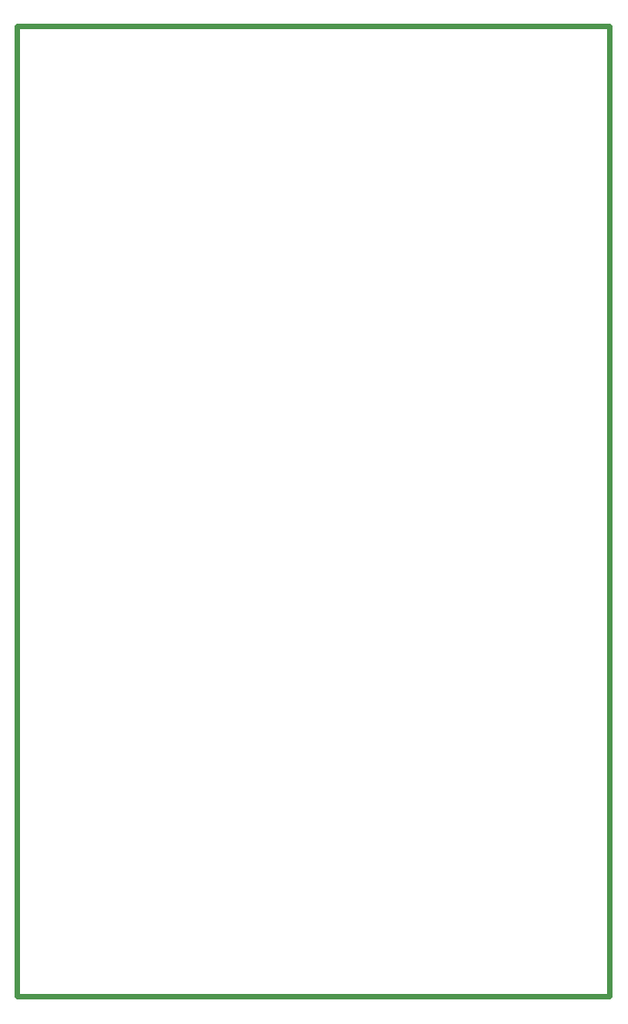
<source format=gko>
%FSAX24Y24*%
%MOIN*%
G70*
G01*
G75*
G04 Layer_Color=16711935*
%ADD10C,0.0120*%
%ADD11C,0.0100*%
%ADD12C,0.0150*%
%ADD13C,0.0591*%
%ADD14R,0.0591X0.0591*%
%ADD15C,0.0551*%
%ADD16C,0.0492*%
%ADD17R,0.0492X0.0492*%
%ADD18R,0.0591X0.0591*%
%ADD19C,0.0591*%
%ADD20R,0.0492X0.0492*%
%ADD21C,0.0669*%
%ADD22R,0.0669X0.0669*%
%ADD23R,0.0591X0.0591*%
%ADD24C,0.2500*%
%ADD25R,0.0591X0.0591*%
%ADD26C,0.1378*%
%ADD27C,0.1575*%
%ADD28R,0.0630X0.0630*%
%ADD29C,0.0630*%
%ADD30C,0.0500*%
%ADD31C,0.0079*%
%ADD32C,0.0400*%
%ADD33C,0.0098*%
%ADD34C,0.0197*%
%ADD35C,0.0080*%
%ADD36C,0.0050*%
%ADD37C,0.0059*%
%ADD38C,0.0010*%
%ADD39C,0.0671*%
%ADD40R,0.0671X0.0671*%
%ADD41C,0.0631*%
%ADD42C,0.0572*%
%ADD43R,0.0572X0.0572*%
%ADD44R,0.0671X0.0671*%
%ADD45C,0.0671*%
%ADD46R,0.0572X0.0572*%
%ADD47C,0.0749*%
%ADD48R,0.0749X0.0749*%
%ADD49R,0.0671X0.0671*%
%ADD50C,0.2580*%
%ADD51R,0.0671X0.0671*%
%ADD52C,0.1458*%
%ADD53C,0.1655*%
%ADD54R,0.0710X0.0710*%
%ADD55C,0.0710*%
%ADD56C,0.0580*%
D34*
X070600Y052800D02*
Y088300D01*
X048900Y052800D02*
Y063543D01*
Y052800D02*
X070600D01*
X048900Y063543D02*
Y088300D01*
X070600D01*
M02*

</source>
